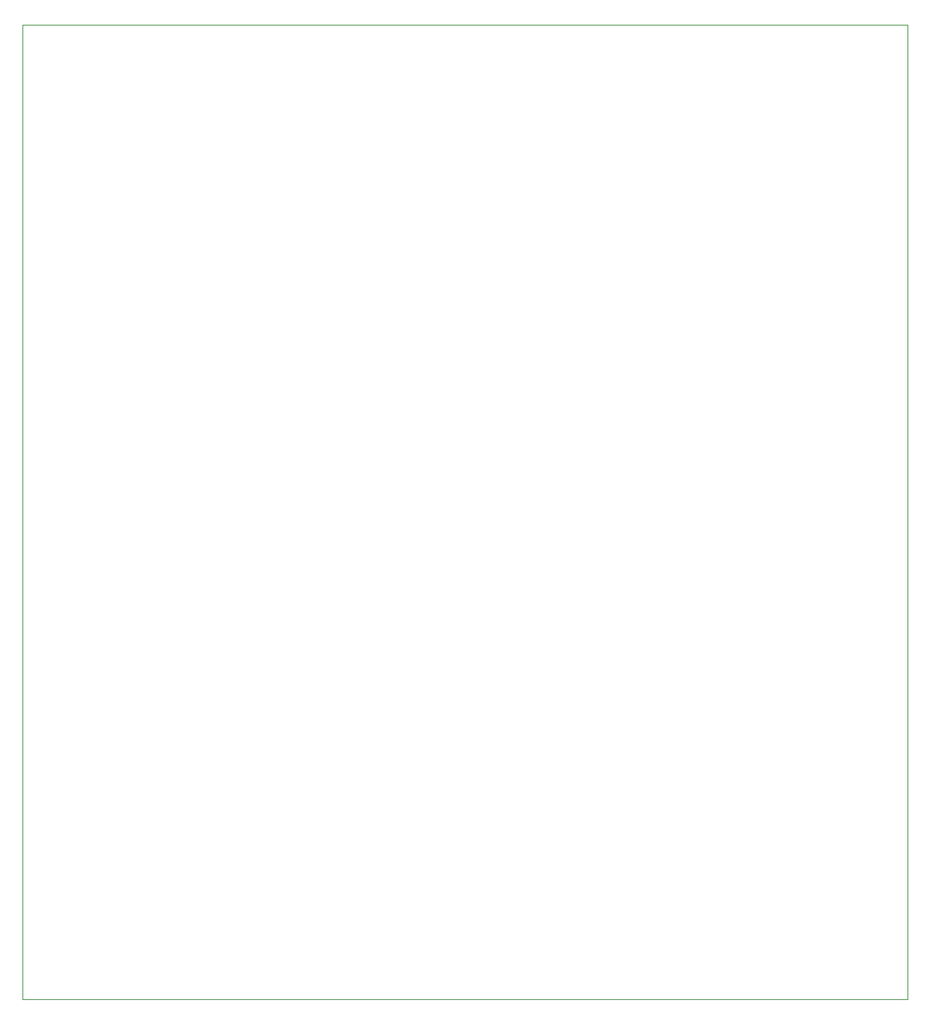
<source format=gbr>
G04 #@! TF.GenerationSoftware,KiCad,Pcbnew,(5.1.2)-1*
G04 #@! TF.CreationDate,2021-04-14T20:01:43-07:00*
G04 #@! TF.ProjectId,kicad-control-board-smt,6b696361-642d-4636-9f6e-74726f6c2d62,rev?*
G04 #@! TF.SameCoordinates,Original*
G04 #@! TF.FileFunction,Profile,NP*
%FSLAX46Y46*%
G04 Gerber Fmt 4.6, Leading zero omitted, Abs format (unit mm)*
G04 Created by KiCad (PCBNEW (5.1.2)-1) date 2021-04-14 20:01:43*
%MOMM*%
%LPD*%
G04 APERTURE LIST*
%ADD10C,0.050000*%
G04 APERTURE END LIST*
D10*
X112000000Y-12000000D02*
X12000000Y-12000000D01*
X112000000Y-122000000D02*
X112000000Y-12000000D01*
X12000000Y-122000000D02*
X112000000Y-122000000D01*
X12000000Y-12000000D02*
X12000000Y-122000000D01*
M02*

</source>
